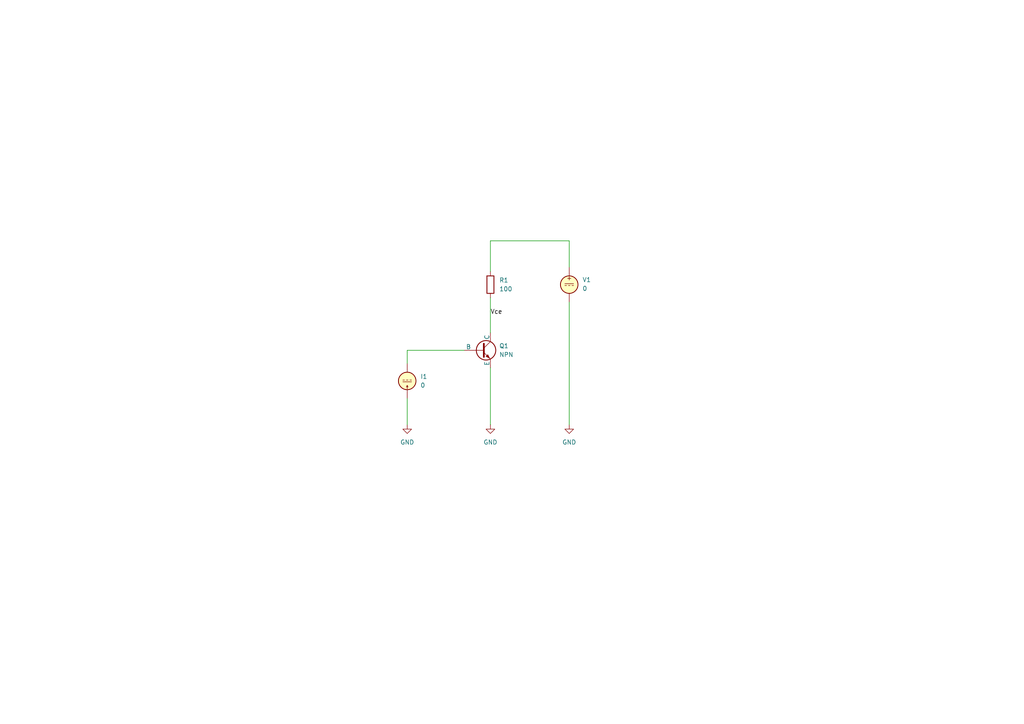
<source format=kicad_sch>
(kicad_sch (version 20250114) (generator "eeschema") (generator_version "9.0")
  (paper "A4")
  (title_block (title "Simulation of NPN transistor characteristics") (date "2025-03-02") (company "GitHub/OJStuff"))
  (lib_symbols
    (symbol "Device:R" (pin_numbers (hide yes)) (pin_names (offset 0))
      (property "Reference" "R" (at 2.032 0 90))
      (property "Value" "R" (at 0 0 90))
      (symbol "R_0_1"
        (rectangle (start -1.016 -2.54) (end 1.016 2.54) (stroke (width 0.254)))
      )
      (symbol "R_1_1"
        (pin passive line (at 0 3.81 270) (length 1.27) (name "~") (number "1"))
        (pin passive line (at 0 -3.81 90) (length 1.27) (name "~") (number "2"))
      )
    )
    (symbol "Simulation_SPICE:IDC" (pin_numbers (hide yes)) (pin_names (offset 0.0254))
      (property "Reference" "I" (at 2.54 2.54 0))
      (property "Value" "1" (at 2.54 0 0))
      (symbol "IDC_0_0"
        (polyline (pts (xy -1.27 0.254) (xy 1.27 0.254)))
        (polyline (pts (xy -0.762 -0.254) (xy -1.27 -0.254)))
        (polyline (pts (xy 0.254 -0.254) (xy -0.254 -0.254)))
        (polyline (pts (xy 1.27 -0.254) (xy 0.762 -0.254)))
      )
      (symbol "IDC_0_1"
        (polyline (pts (xy -0.254 1.778) (xy 0 1.27) (xy 0.254 1.778)))
        (polyline (pts (xy 0 1.27) (xy 0 2.286)))
        (circle (center 0 0) (radius 2.54) (stroke (width 0.254)) (fill (type background)))
      )
      (symbol "IDC_1_1"
        (pin passive line (at 0 5.08 270) (length 2.54) (name "~") (number "1"))
        (pin passive line (at 0 -5.08 90) (length 2.54) (name "~") (number "2"))
      )
    )
    (symbol "Simulation_SPICE:NPN" (pin_numbers (hide yes)) (pin_names (offset 0))
      (property "Reference" "Q" (at -2.54 7.62 0))
      (property "Value" "NPN" (at -2.54 5.08 0))
      (symbol "NPN_0_1"
        (polyline (pts (xy -2.54 0) (xy 0.635 0)) (stroke (width 0.1524)))
        (polyline (pts (xy 0.635 1.905) (xy 0.635 -1.905) (xy 0.635 -1.905)) (stroke (width 0.508)))
        (polyline (pts (xy 0.635 0.635) (xy 2.54 2.54)))
        (polyline (pts (xy 0.635 -0.635) (xy 2.54 -2.54) (xy 2.54 -2.54)))
        (circle (center 1.27 0) (radius 2.8194) (stroke (width 0.254)))
        (polyline (pts (xy 1.27 -1.778) (xy 1.778 -1.27) (xy 2.286 -2.286) (xy 1.27 -1.778) (xy 1.27 -1.778)) (fill (type outline)))
        (polyline (pts (xy 2.794 -1.27) (xy 2.794 -1.27)) (stroke (width 0.1524)))
        (polyline (pts (xy 2.794 -1.27) (xy 2.794 -1.27)) (stroke (width 0.1524)))
      )
      (symbol "NPN_1_1"
        (pin input line (at -5.08 0 0) (length 2.54) (name "B") (number "2"))
        (pin open_collector line (at 2.54 5.08 270) (length 2.54) (name "C") (number "1"))
        (pin open_emitter line (at 2.54 -5.08 90) (length 2.54) (name "E") (number "3"))
      )
    )
    (symbol "Simulation_SPICE:VDC" (pin_numbers (hide yes)) (pin_names (offset 0.0254))
      (property "Reference" "V" (at 2.54 2.54 0))
      (property "Value" "1" (at 2.54 0 0))
      (symbol "VDC_0_0"
        (polyline (pts (xy -1.27 0.254) (xy 1.27 0.254)))
        (polyline (pts (xy -0.762 -0.254) (xy -1.27 -0.254)))
        (polyline (pts (xy 0.254 -0.254) (xy -0.254 -0.254)))
        (polyline (pts (xy 1.27 -0.254) (xy 0.762 -0.254)))
        (text "+" (at 0 1.905 0) (effects (font (size 1.27 1.27))))
      )
      (symbol "VDC_0_1"
        (circle (center 0 0) (radius 2.54) (stroke (width 0.254)) (fill (type background)))
      )
      (symbol "VDC_1_1"
        (pin passive line (at 0 5.08 270) (length 2.54) (name "~") (number "1"))
        (pin passive line (at 0 -5.08 90) (length 2.54) (name "~") (number "2"))
      )
    )
    (symbol "power:GND" (power) (pin_numbers (hide yes)) (pin_names (offset 0) (hide yes))
      (property "Value" "GND" (at 0 -3.81 0))
      (symbol "GND_0_1"
        (polyline (pts (xy 0 0) (xy 0 -1.27) (xy 1.27 -1.27) (xy 0 -2.54) (xy -1.27 -1.27) (xy 0 -1.27)))
      )
      (symbol "GND_1_1"
        (pin power_in line (at 0 0 270) (length 0) (name "~") (number "1"))
      )
    )
  )
  (wire (pts (xy 165.1 69.85) (xy 165.1 77.47)))
  (wire (pts (xy 142.24 69.85) (xy 165.1 69.85)))
  (wire (pts (xy 142.24 106.68) (xy 142.24 123.19)))
  (wire (pts (xy 142.24 96.52) (xy 142.24 86.36)))
  (wire (pts (xy 165.1 87.63) (xy 165.1 123.19)))
  (wire (pts (xy 142.24 78.74) (xy 142.24 69.85)))
  (wire (pts (xy 118.11 115.57) (xy 118.11 123.19)))
  (wire (pts (xy 118.11 101.6) (xy 118.11 105.41)))
  (wire (pts (xy 134.62 101.6) (xy 118.11 101.6)))
  (label "Vce" (at 142.24 91.44 0))
  (symbol (lib_id "Simulation_SPICE:VDC") (at 165.1 82.55 0) (unit 1)
    (property "Reference" "V1" (at 168.91 81.1501 0) (effects (justify left)))
    (property "Value" "0" (at 168.91 83.6901 0) (effects (justify left)))
    (property "Datasheet" "https://ngspice.sourceforge.io/docs/ngspice-html-manual/manual.xhtml#sec_Independent_Sources_for" (effects (hide yes)))
    (property "Description" "Voltage source, DC" (effects (hide yes)))
    (property "Sim.Pins" "1=+ 2=-" (effects (hide yes)))
    (property "Sim.Type" "DC" (effects (hide yes)))
    (property "Sim.Device" "V" (effects (hide yes)))
  )
  (symbol (lib_id "Simulation_SPICE:IDC") (at 118.11 110.49 180) (unit 1)
    (property "Reference" "I1" (at 121.92 109.2199 0) (effects (justify right)))
    (property "Value" "0" (at 121.92 111.7599 0) (effects (justify right)))
    (property "Datasheet" "https://ngspice.sourceforge.io/docs/ngspice-html-manual/manual.xhtml#sec_Independent_Sources_for" (effects (hide yes)))
    (property "Description" "Current source, DC" (effects (hide yes)))
    (property "Sim.Pins" "1=+ 2=-" (effects (hide yes)))
    (property "Sim.Type" "DC" (effects (hide yes)))
    (property "Sim.Device" "I" (effects (hide yes)))
  )
  (symbol (lib_id "power:GND") (at 142.24 123.19 0) (unit 1)
    (property "Reference" "#PWR02" (effects (hide yes)))
    (property "Value" "GND" (at 142.24 128.27 0))
    (property "Description" "Power symbol creates a global label with name \"GND\" , ground" (effects (hide yes)))
  )
  (symbol (lib_id "power:GND") (at 165.1 123.19 0) (unit 1)
    (property "Reference" "#PWR03" (effects (hide yes)))
    (property "Value" "GND" (at 165.1 128.27 0))
    (property "Description" "Power symbol creates a global label with name \"GND\" , ground" (effects (hide yes)))
  )
  (symbol (lib_id "Device:R") (at 142.24 82.55 0) (unit 1)
    (property "Reference" "R1" (at 144.78 81.2799 0) (effects (justify left)))
    (property "Value" "100" (at 144.78 83.8199 0) (effects (justify left)))
    (property "Description" "Resistor" (effects (hide yes)))
  )
  (symbol (lib_id "Simulation_SPICE:NPN") (at 139.7 101.6 0) (unit 1)
    (property "Reference" "Q1" (at 144.78 100.3299 0) (effects (justify left)))
    (property "Value" "NPN" (at 144.78 102.8699 0) (effects (justify left)))
    (property "Datasheet" "https://ngspice.sourceforge.io/docs/ngspice-html-manual/manual.xhtml#cha_BJTs" (effects (hide yes)))
    (property "Description" "Bipolar transistor symbol for simulation only, substrate tied to the emitter" (effects (hide yes)))
    (property "Sim.Device" "NPN" (effects (hide yes)))
    (property "Sim.Type" "GUMMELPOON" (effects (hide yes)))
    (property "Sim.Pins" "1=C 2=B 3=E" (effects (hide yes)))
  )
  (symbol (lib_id "power:GND") (at 118.11 123.19 0) (unit 1)
    (property "Reference" "#PWR01" (effects (hide yes)))
    (property "Value" "GND" (at 118.11 128.27 0))
    (property "Description" "Power symbol creates a global label with name \"GND\" , ground" (effects (hide yes)))
  )
)
</source>
